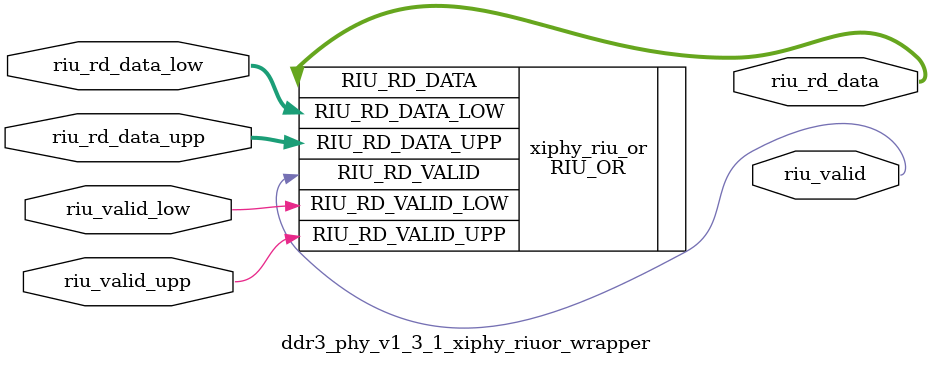
<source format=sv>

`timescale 1ps / 1ps

module ddr3_phy_v1_3_1_xiphy_riuor_wrapper # (
   parameter           SIM_DEVICE            = "ULTRASCALE"
) (
  input  [15:0]  riu_rd_data_low,    // Lower nibble RIU rd_data 
  input  [15:0]  riu_rd_data_upp,    // Upper nibble RIU rd_data 
  input          riu_valid_low,      // Lower nibble RIU riu2clb_valid 
  input          riu_valid_upp,      // Upper nibble RIU riu2clb_valid
  output [15:0]  riu_rd_data,        // ORed lower and upper RIU rd_data      
  output         riu_valid           // ORed lower and upper RIU write valid      
);

`ifdef ULTRASCALE_PHY_BLH
B_RIU_OR
`else
RIU_OR  # (
   .SIM_DEVICE   (SIM_DEVICE)
) 
`endif
  xiphy_riu_or
(
   .RIU_RD_DATA_LOW         (riu_rd_data_low),
   .RIU_RD_DATA_UPP         (riu_rd_data_upp),
   .RIU_RD_VALID_LOW        (riu_valid_low),
   .RIU_RD_VALID_UPP        (riu_valid_upp),
   .RIU_RD_DATA             (riu_rd_data),
   .RIU_RD_VALID            (riu_valid)
);

endmodule


</source>
